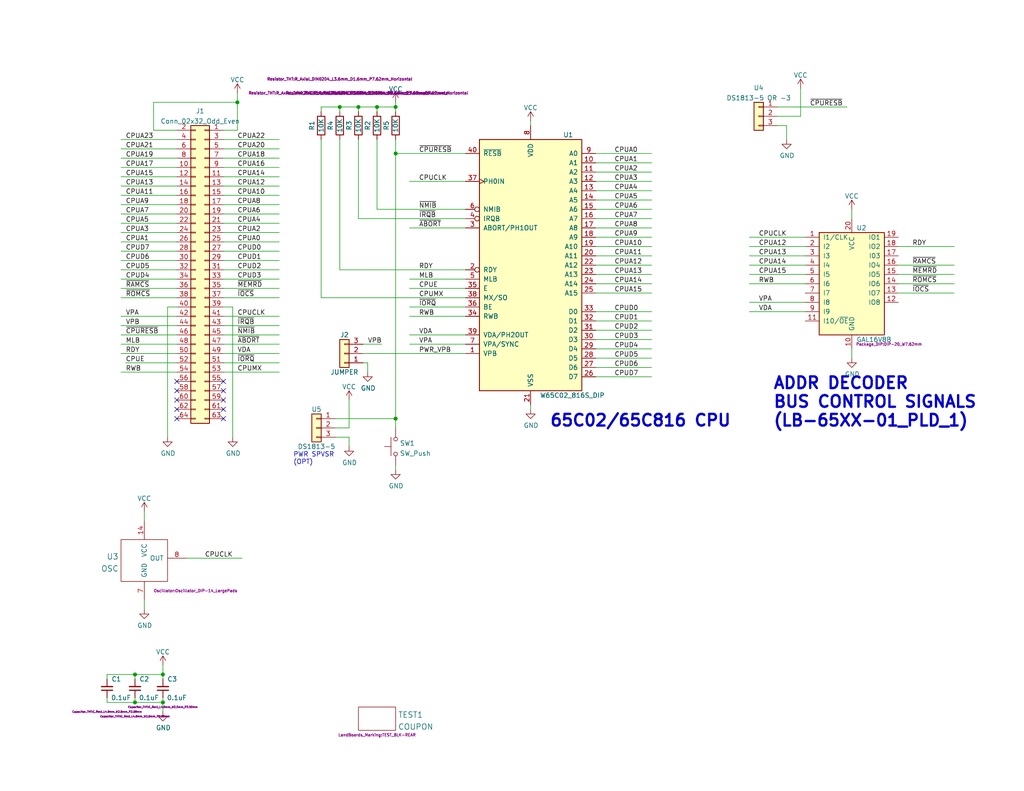
<source format=kicad_sch>
(kicad_sch (version 20211123) (generator eeschema)
  (paper "A")
  (title_block (title "LB-65CXX-01") (date "2022-09-16") (rev "1") (company "Land Boards LLC"))
  (lib_symbols
    (symbol "Connector_Generic:Conn_01x03" (pin_names (offset 1.016) hide)
      (property "Reference" "J" (at 0 5.08 0))
      (property "Value" "Conn_01x03" (at 0 -5.08 0))
      (symbol "Conn_01x03_1_1"
        (rectangle (start -1.27 -2.413) (end 0 -2.667) (stroke (width 0.1524)))
        (rectangle (start -1.27 0.127) (end 0 -0.127) (stroke (width 0.1524)))
        (rectangle (start -1.27 2.667) (end 0 2.413) (stroke (width 0.1524)))
        (rectangle (start -1.27 3.81) (end 1.27 -3.81) (stroke (width 0.254)) (fill (type background)))
        (pin passive line (at -5.08 2.54 0) (length 3.81) (name "Pin_1") (number "1"))
        (pin passive line (at -5.08 0 0) (length 3.81) (name "Pin_2") (number "2"))
        (pin passive line (at -5.08 -2.54 0) (length 3.81) (name "Pin_3") (number "3"))
      )
    )
    (symbol "Connector_Generic:Conn_02x32_Odd_Even" (pin_names (offset 1.016) hide)
      (property "Reference" "J" (at 1.27 40.64 0))
      (property "Value" "Conn_02x32_Odd_Even" (at 1.27 -43.18 0))
      (symbol "Conn_02x32_Odd_Even_1_1"
        (rectangle (start -1.27 -40.513) (end 0 -40.767) (stroke (width 0.1524)))
        (rectangle (start -1.27 -37.973) (end 0 -38.227) (stroke (width 0.1524)))
        (rectangle (start -1.27 -35.433) (end 0 -35.687) (stroke (width 0.1524)))
        (rectangle (start -1.27 -32.893) (end 0 -33.147) (stroke (width 0.1524)))
        (rectangle (start -1.27 -30.353) (end 0 -30.607) (stroke (width 0.1524)))
        (rectangle (start -1.27 -27.813) (end 0 -28.067) (stroke (width 0.1524)))
        (rectangle (start -1.27 -25.273) (end 0 -25.527) (stroke (width 0.1524)))
        (rectangle (start -1.27 -22.733) (end 0 -22.987) (stroke (width 0.1524)))
        (rectangle (start -1.27 -20.193) (end 0 -20.447) (stroke (width 0.1524)))
        (rectangle (start -1.27 -17.653) (end 0 -17.907) (stroke (width 0.1524)))
        (rectangle (start -1.27 -15.113) (end 0 -15.367) (stroke (width 0.1524)))
        (rectangle (start -1.27 -12.573) (end 0 -12.827) (stroke (width 0.1524)))
        (rectangle (start -1.27 -10.033) (end 0 -10.287) (stroke (width 0.1524)))
        (rectangle (start -1.27 -7.493) (end 0 -7.747) (stroke (width 0.1524)))
        (rectangle (start -1.27 -4.953) (end 0 -5.207) (stroke (width 0.1524)))
        (rectangle (start -1.27 -2.413) (end 0 -2.667) (stroke (width 0.1524)))
        (rectangle (start -1.27 0.127) (end 0 -0.127) (stroke (width 0.1524)))
        (rectangle (start -1.27 2.667) (end 0 2.413) (stroke (width 0.1524)))
        (rectangle (start -1.27 5.207) (end 0 4.953) (stroke (width 0.1524)))
        (rectangle (start -1.27 7.747) (end 0 7.493) (stroke (width 0.1524)))
        (rectangle (start -1.27 10.287) (end 0 10.033) (stroke (width 0.1524)))
        (rectangle (start -1.27 12.827) (end 0 12.573) (stroke (width 0.1524)))
        (rectangle (start -1.27 15.367) (end 0 15.113) (stroke (width 0.1524)))
        (rectangle (start -1.27 17.907) (end 0 17.653) (stroke (width 0.1524)))
        (rectangle (start -1.27 20.447) (end 0 20.193) (stroke (width 0.1524)))
        (rectangle (start -1.27 22.987) (end 0 22.733) (stroke (width 0.1524)))
        (rectangle (start -1.27 25.527) (end 0 25.273) (stroke (width 0.1524)))
        (rectangle (start -1.27 28.067) (end 0 27.813) (stroke (width 0.1524)))
        (rectangle (start -1.27 30.607) (end 0 30.353) (stroke (width 0.1524)))
        (rectangle (start -1.27 33.147) (end 0 32.893) (stroke (width 0.1524)))
        (rectangle (start -1.27 35.687) (end 0 35.433) (stroke (width 0.1524)))
        (rectangle (start -1.27 38.227) (end 0 37.973) (stroke (width 0.1524)))
        (rectangle (start -1.27 39.37) (end 3.81 -41.91) (stroke (width 0.254)) (fill (type background)))
        (rectangle (start 3.81 -40.513) (end 2.54 -40.767) (stroke (width 0.1524)))
        (rectangle (start 3.81 -37.973) (end 2.54 -38.227) (stroke (width 0.1524)))
        (rectangle (start 3.81 -35.433) (end 2.54 -35.687) (stroke (width 0.1524)))
        (rectangle (start 3.81 -32.893) (end 2.54 -33.147) (stroke (width 0.1524)))
        (rectangle (start 3.81 -30.353) (end 2.54 -30.607) (stroke (width 0.1524)))
        (rectangle (start 3.81 -27.813) (end 2.54 -28.067) (stroke (width 0.1524)))
        (rectangle (start 3.81 -25.273) (end 2.54 -25.527) (stroke (width 0.1524)))
        (rectangle (start 3.81 -22.733) (end 2.54 -22.987) (stroke (width 0.1524)))
        (rectangle (start 3.81 -20.193) (end 2.54 -20.447) (stroke (width 0.1524)))
        (rectangle (start 3.81 -17.653) (end 2.54 -17.907) (stroke (width 0.1524)))
        (rectangle (start 3.81 -15.113) (end 2.54 -15.367) (stroke (width 0.1524)))
        (rectangle (start 3.81 -12.573) (end 2.54 -12.827) (stroke (width 0.1524)))
        (rectangle (start 3.81 -10.033) (end 2.54 -10.287) (stroke (width 0.1524)))
        (rectangle (start 3.81 -7.493) (end 2.54 -7.747) (stroke (width 0.1524)))
        (rectangle (start 3.81 -4.953) (end 2.54 -5.207) (stroke (width 0.1524)))
        (rectangle (start 3.81 -2.413) (end 2.54 -2.667) (stroke (width 0.1524)))
        (rectangle (start 3.81 0.127) (end 2.54 -0.127) (stroke (width 0.1524)))
        (rectangle (start 3.81 2.667) (end 2.54 2.413) (stroke (width 0.1524)))
        (rectangle (start 3.81 5.207) (end 2.54 4.953) (stroke (width 0.1524)))
        (rectangle (start 3.81 7.747) (end 2.54 7.493) (stroke (width 0.1524)))
        (rectangle (start 3.81 10.287) (end 2.54 10.033) (stroke (width 0.1524)))
        (rectangle (start 3.81 12.827) (end 2.54 12.573) (stroke (width 0.1524)))
        (rectangle (start 3.81 15.367) (end 2.54 15.113) (stroke (width 0.1524)))
        (rectangle (start 3.81 17.907) (end 2.54 17.653) (stroke (width 0.1524)))
        (rectangle (start 3.81 20.447) (end 2.54 20.193) (stroke (width 0.1524)))
        (rectangle (start 3.81 22.987) (end 2.54 22.733) (stroke (width 0.1524)))
        (rectangle (start 3.81 25.527) (end 2.54 25.273) (stroke (width 0.1524)))
        (rectangle (start 3.81 28.067) (end 2.54 27.813) (stroke (width 0.1524)))
        (rectangle (start 3.81 30.607) (end 2.54 30.353) (stroke (width 0.1524)))
        (rectangle (start 3.81 33.147) (end 2.54 32.893) (stroke (width 0.1524)))
        (rectangle (start 3.81 35.687) (end 2.54 35.433) (stroke (width 0.1524)))
        (rectangle (start 3.81 38.227) (end 2.54 37.973) (stroke (width 0.1524)))
        (pin passive line (at -5.08 38.1 0) (length 3.81) (name "Pin_1") (number "1"))
        (pin passive line (at 7.62 27.94 180) (length 3.81) (name "Pin_10") (number "10"))
        (pin passive line (at -5.08 25.4 0) (length 3.81) (name "Pin_11") (number "11"))
        (pin passive line (at 7.62 25.4 180) (length 3.81) (name "Pin_12") (number "12"))
        (pin passive line (at -5.08 22.86 0) (length 3.81) (name "Pin_13") (number "13"))
        (pin passive line (at 7.62 22.86 180) (length 3.81) (name "Pin_14") (number "14"))
        (pin passive line (at -5.08 20.32 0) (length 3.81) (name "Pin_15") (number "15"))
        (pin passive line (at 7.62 20.32 180) (length 3.81) (name "Pin_16") (number "16"))
        (pin passive line (at -5.08 17.78 0) (length 3.81) (name "Pin_17") (number "17"))
        (pin passive line (at 7.62 17.78 180) (length 3.81) (name "Pin_18") (number "18"))
        (pin passive line (at -5.08 15.24 0) (length 3.81) (name "Pin_19") (number "19"))
        (pin passive line (at 7.62 38.1 180) (length 3.81) (name "Pin_2") (number "2"))
        (pin passive line (at 7.62 15.24 180) (length 3.81) (name "Pin_20") (number "20"))
        (pin passive line (at -5.08 12.7 0) (length 3.81) (name "Pin_21") (number "21"))
        (pin passive line (at 7.62 12.7 180) (length 3.81) (name "Pin_22") (number "22"))
        (pin passive line (at -5.08 10.16 0) (length 3.81) (name "Pin_23") (number "23"))
        (pin passive line (at 7.62 10.16 180) (length 3.81) (name "Pin_24") (number "24"))
        (pin passive line (at -5.08 7.62 0) (length 3.81) (name "Pin_25") (number "25"))
        (pin passive line (at 7.62 7.62 180) (length 3.81) (name "Pin_26") (number "26"))
        (pin passive line (at -5.08 5.08 0) (length 3.81) (name "Pin_27") (number "27"))
        (pin passive line (at 7.62 5.08 180) (length 3.81) (name "Pin_28") (number "28"))
        (pin passive line (at -5.08 2.54 0) (length 3.81) (name "Pin_29") (number "29"))
        (pin passive line (at -5.08 35.56 0) (length 3.81) (name "Pin_3") (number "3"))
        (pin passive line (at 7.62 2.54 180) (length 3.81) (name "Pin_30") (number "30"))
        (pin passive line (at -5.08 0 0) (length 3.81) (name "Pin_31") (number "31"))
        (pin passive line (at 7.62 0 180) (length 3.81) (name "Pin_32") (number "32"))
        (pin passive line (at -5.08 -2.54 0) (length 3.81) (name "Pin_33") (number "33"))
        (pin passive line (at 7.62 -2.54 180) (length 3.81) (name "Pin_34") (number "34"))
        (pin passive line (at -5.08 -5.08 0) (length 3.81) (name "Pin_35") (number "35"))
        (pin passive line (at 7.62 -5.08 180) (length 3.81) (name "Pin_36") (number "36"))
        (pin passive line (at -5.08 -7.62 0) (length 3.81) (name "Pin_37") (number "37"))
        (pin passive line (at 7.62 -7.62 180) (length 3.81) (name "Pin_38") (number "38"))
        (pin passive line (at -5.08 -10.16 0) (length 3.81) (name "Pin_39") (number "39"))
        (pin passive line (at 7.62 35.56 180) (length 3.81) (name "Pin_4") (number "4"))
        (pin passive line (at 7.62 -10.16 180) (length 3.81) (name "Pin_40") (number "40"))
        (pin passive line (at -5.08 -12.7 0) (length 3.81) (name "Pin_41") (number "41"))
        (pin passive line (at 7.62 -12.7 180) (length 3.81) (name "Pin_42") (number "42"))
        (pin passive line (at -5.08 -15.24 0) (length 3.81) (name "Pin_43") (number "43"))
        (pin passive line (at 7.62 -15.24 180) (length 3.81) (name "Pin_44") (number "44"))
        (pin passive line (at -5.08 -17.78 0) (length 3.81) (name "Pin_45") (number "45"))
        (pin passive line (at 7.62 -17.78 180) (length 3.81) (name "Pin_46") (number "46"))
        (pin passive line (at -5.08 -20.32 0) (length 3.81) (name "Pin_47") (number "47"))
        (pin passive line (at 7.62 -20.32 180) (length 3.81) (name "Pin_48") (number "48"))
        (pin passive line (at -5.08 -22.86 0) (length 3.81) (name "Pin_49") (number "49"))
        (pin passive line (at -5.08 33.02 0) (length 3.81) (name "Pin_5") (number "5"))
        (pin passive line (at 7.62 -22.86 180) (length 3.81) (name "Pin_50") (number "50"))
        (pin passive line (at -5.08 -25.4 0) (length 3.81) (name "Pin_51") (number "51"))
        (pin passive line (at 7.62 -25.4 180) (length 3.81) (name "Pin_52") (number "52"))
        (pin passive line (at -5.08 -27.94 0) (length 3.81) (name "Pin_53") (number "53"))
        (pin passive line (at 7.62 -27.94 180) (length 3.81) (name "Pin_54") (number "54"))
        (pin passive line (at -5.08 -30.48 0) (length 3.81) (name "Pin_55") (number "55"))
        (pin passive line (at 7.62 -30.48 180) (length 3.81) (name "Pin_56") (number "56"))
        (pin passive line (at -5.08 -33.02 0) (length 3.81) (name "Pin_57") (number "57"))
        (pin passive line (at 7.62 -33.02 180) (length 3.81) (name "Pin_58") (number "58"))
        (pin passive line (at -5.08 -35.56 0) (length 3.81) (name "Pin_59") (number "59"))
        (pin passive line (at 7.62 33.02 180) (length 3.81) (name "Pin_6") (number "6"))
        (pin passive line (at 7.62 -35.56 180) (length 3.81) (name "Pin_60") (number "60"))
        (pin passive line (at -5.08 -38.1 0) (length 3.81) (name "Pin_61") (number "61"))
        (pin passive line (at 7.62 -38.1 180) (length 3.81) (name "Pin_62") (number "62"))
        (pin passive line (at -5.08 -40.64 0) (length 3.81) (name "Pin_63") (number "63"))
        (pin passive line (at 7.62 -40.64 180) (length 3.81) (name "Pin_64") (number "64"))
        (pin passive line (at -5.08 30.48 0) (length 3.81) (name "Pin_7") (number "7"))
        (pin passive line (at 7.62 30.48 180) (length 3.81) (name "Pin_8") (number "8"))
        (pin passive line (at -5.08 27.94 0) (length 3.81) (name "Pin_9") (number "9"))
      )
    )
    (symbol "Device:C_Small" (pin_numbers hide) (pin_names (offset 0.254) hide)
      (property "Reference" "C" (at 0.254 1.778 0))
      (property "Value" "C_Small" (at 0.254 -2.032 0))
      (symbol "C_Small_0_1"
        (polyline (pts (xy -1.524 -0.508) (xy 1.524 -0.508)) (stroke (width 0.3302)))
        (polyline (pts (xy -1.524 0.508) (xy 1.524 0.508)) (stroke (width 0.3048)))
      )
      (symbol "C_Small_1_1"
        (pin passive line (at 0 2.54 270) (length 2.032) (name "~") (number "1"))
        (pin passive line (at 0 -2.54 90) (length 2.032) (name "~") (number "2"))
      )
    )
    (symbol "Device:R" (pin_numbers hide) (pin_names (offset 0))
      (property "Reference" "R" (at 2.032 0 90))
      (property "Value" "R" (at 0 0 90))
      (symbol "R_0_1"
        (rectangle (start -1.016 -2.54) (end 1.016 2.54) (stroke (width 0.254)))
      )
      (symbol "R_1_1"
        (pin passive line (at 0 3.81 270) (length 1.27) (name "~") (number "1"))
        (pin passive line (at 0 -3.81 90) (length 1.27) (name "~") (number "2"))
      )
    )
    (symbol "LandBoards:COUPON" (pin_names (offset 1.016))
      (property "Reference" "COUP?" (at 0 0 0))
      (property "Value" "COUPON" (at 0 0 0))
      (symbol "COUPON_0_1"
        (rectangle (start -5.08 0) (end 5.08 6.35))
      )
    )
    (symbol "LandBoards_Semis:OSC" (pin_names (offset 1.016))
      (property "Reference" "U" (at 3.81 6.35 0))
      (property "Value" "OSC" (at 5.08 -7.62 0))
      (symbol "OSC_0_1"
        (rectangle (start 6.35 -6.35) (end -6.35 5.08))
      )
      (symbol "OSC_1_1"
        (pin power_in line (at 0 10.16 270) (length 5.08) (name "VCC") (number "14"))
        (pin power_in line (at 0 -11.43 90) (length 5.08) (name "GND") (number "7"))
        (pin output line (at 11.43 0 180) (length 5.08) (name "OUT") (number "8"))
      )
    )
    (symbol "LandBoards_Semis:W65C02_816S_DIP" (pin_names (offset 1.016))
      (property "Reference" "U" (at -13.97 35.56 0))
      (property "Value" "W65C02_816S_DIP" (at 3.81 -36.83 0))
      (symbol "W65C02_816S_DIP_0_1"
        (rectangle (start -13.97 34.29) (end 13.97 -34.29) (stroke (width 0.254)) (fill (type background)))
      )
      (symbol "W65C02_816S_DIP_1_1"
        (pin output line (at -17.78 -24.13 0) (length 3.81) (name "VPB") (number "1"))
        (pin output line (at 17.78 27.94 180) (length 3.81) (name "A1") (number "10"))
        (pin output line (at 17.78 25.4 180) (length 3.81) (name "A2") (number "11"))
        (pin output line (at 17.78 22.86 180) (length 3.81) (name "A3") (number "12"))
        (pin output line (at 17.78 20.32 180) (length 3.81) (name "A4") (number "13"))
        (pin output line (at 17.78 17.78 180) (length 3.81) (name "A5") (number "14"))
        (pin output line (at 17.78 15.24 180) (length 3.81) (name "A6") (number "15"))
        (pin output line (at 17.78 12.7 180) (length 3.81) (name "A7") (number "16"))
        (pin output line (at 17.78 10.16 180) (length 3.81) (name "A8") (number "17"))
        (pin output line (at 17.78 7.62 180) (length 3.81) (name "A9") (number "18"))
        (pin output line (at 17.78 5.08 180) (length 3.81) (name "A10") (number "19"))
        (pin input inverted (at -17.78 -1.27 0) (length 3.81) (name "RDY") (number "2"))
        (pin output line (at 17.78 2.54 180) (length 3.81) (name "A11") (number "20"))
        (pin power_in line (at 0 -38.1 90) (length 3.81) (name "VSS") (number "21"))
        (pin output line (at 17.78 0 180) (length 3.81) (name "A12") (number "22"))
        (pin output line (at 17.78 -2.54 180) (length 3.81) (name "A13") (number "23"))
        (pin output line (at 17.78 -5.08 180) (length 3.81) (name "A14") (number "24"))
        (pin output line (at 17.78 -7.62 180) (length 3.81) (name "A15") (number "25"))
        (pin bidirectional line (at 17.78 -30.48 180) (length 3.81) (name "D7") (number "26"))
        (pin bidirectional line (at 17.78 -27.94 180) (length 3.81) (name "D6") (number "27"))
        (pin bidirectional line (at 17.78 -25.4 180) (length 3.81) (name "D5") (number "28"))
        (pin bidirectional line (at 17.78 -22.86 180) (length 3.81) (name "D4") (number "29"))
        (pin input line (at -17.78 10.16 0) (length 3.81) (name "ABORT/PH1OUT") (number "3"))
        (pin bidirectional line (at 17.78 -20.32 180) (length 3.81) (name "D3") (number "30"))
        (pin bidirectional line (at 17.78 -17.78 180) (length 3.81) (name "D2") (number "31"))
        (pin bidirectional line (at 17.78 -15.24 180) (length 3.81) (name "D1") (number "32"))
        (pin bidirectional line (at 17.78 -12.7 180) (length 3.81) (name "D0") (number "33"))
        (pin output line (at -17.78 -13.97 0) (length 3.81) (name "RWB") (number "34"))
        (pin input line (at -17.78 -6.35 0) (length 3.81) (name "E") (number "35"))
        (pin output line (at -17.78 -11.43 0) (length 3.81) (name "BE") (number "36"))
        (pin input clock (at -17.78 22.86 0) (length 3.81) (name "PH0IN") (number "37"))
        (pin output line (at -17.78 -8.89 0) (length 3.81) (name "MX/SO") (number "38"))
        (pin output line (at -17.78 -19.05 0) (length 3.81) (name "VDA/PH2OUT") (number "39"))
        (pin input inverted (at -17.78 12.7 0) (length 3.81) (name "IRQB") (number "4"))
        (pin input line (at -17.78 30.48 0) (length 3.81) (name "~{RESB}") (number "40"))
        (pin output line (at -17.78 -3.81 0) (length 3.81) (name "MLB") (number "5"))
        (pin input inverted (at -17.78 15.24 0) (length 3.81) (name "NMIB") (number "6"))
        (pin output line (at -17.78 -21.59 0) (length 3.81) (name "VPA/SYNC") (number "7"))
        (pin power_in line (at 0 38.1 270) (length 3.81) (name "VDD") (number "8"))
        (pin output line (at 17.78 30.48 180) (length 3.81) (name "A0") (number "9"))
      )
    )
    (symbol "Logic_Programmable:GAL16V8" (pin_names (offset 1.016))
      (property "Reference" "U" (at -8.89 16.51 0))
      (property "Value" "GAL16V8" (at 1.27 16.51 0))
      (symbol "GAL16V8_0_0"
        (pin power_in line (at 0 -17.78 90) (length 3.81) (name "GND") (number "10"))
        (pin power_in line (at 0 17.78 270) (length 3.81) (name "VCC") (number "20"))
      )
      (symbol "GAL16V8_0_1"
        (rectangle (start -8.89 13.97) (end 8.89 -13.97) (stroke (width 0.254)) (fill (type background)))
      )
      (symbol "GAL16V8_1_1"
        (pin input line (at -12.7 12.7 0) (length 3.81) (name "I1/CLK") (number "1"))
        (pin input line (at -12.7 -10.16 0) (length 3.81) (name "I10/~{OE}") (number "11"))
        (pin tri_state line (at 12.7 -5.08 180) (length 3.81) (name "IO8") (number "12"))
        (pin tri_state line (at 12.7 -2.54 180) (length 3.81) (name "IO7") (number "13"))
        (pin tri_state line (at 12.7 0 180) (length 3.81) (name "IO6") (number "14"))
        (pin tri_state line (at 12.7 2.54 180) (length 3.81) (name "IO5") (number "15"))
        (pin tri_state line (at 12.7 5.08 180) (length 3.81) (name "IO4") (number "16"))
        (pin tri_state line (at 12.7 7.62 180) (length 3.81) (name "I03") (number "17"))
        (pin tri_state line (at 12.7 10.16 180) (length 3.81) (name "IO2") (number "18"))
        (pin tri_state line (at 12.7 12.7 180) (length 3.81) (name "IO1") (number "19"))
        (pin input line (at -12.7 10.16 0) (length 3.81) (name "I2") (number "2"))
        (pin input line (at -12.7 7.62 0) (length 3.81) (name "I3") (number "3"))
        (pin input line (at -12.7 5.08 0) (length 3.81) (name "I4") (number "4"))
        (pin input line (at -12.7 2.54 0) (length 3.81) (name "I5") (number "5"))
        (pin input line (at -12.7 0 0) (length 3.81) (name "I6") (number "6"))
        (pin input line (at -12.7 -2.54 0) (length 3.81) (name "I7") (number "7"))
        (pin input line (at -12.7 -5.08 0) (length 3.81) (name "I8") (number "8"))
        (pin input line (at -12.7 -7.62 0) (length 3.81) (name "I9") (number "9"))
      )
    )
    (symbol "Switch:SW_Push" (pin_numbers hide) (pin_names (offset 1.016) hide)
      (property "Reference" "SW" (at 1.27 2.54 0))
      (property "Value" "SW_Push" (at 0 -1.524 0))
      (symbol "SW_Push_0_1"
        (circle (center -2.032 0) (radius 0.508))
        (polyline (pts (xy 0 1.27) (xy 0 3.048)))
        (polyline (pts (xy 2.54 1.27) (xy -2.54 1.27)))
        (circle (center 2.032 0) (radius 0.508))
        (pin passive line (at -5.08 0 0) (length 2.54) (name "1") (number "1"))
        (pin passive line (at 5.08 0 180) (length 2.54) (name "2") (number "2"))
      )
    )
    (symbol "power:GND" (power) (pin_names (offset 0))
      (property "Value" "GND" (at 0 -3.81 0))
      (symbol "GND_0_1"
        (polyline (pts (xy 0 0) (xy 0 -1.27) (xy 1.27 -1.27) (xy 0 -2.54) (xy -1.27 -1.27) (xy 0 -1.27)))
      )
      (symbol "GND_1_1"
        (pin power_in line (at 0 0 270) (length 0) hide (name "GND") (number "1"))
      )
    )
    (symbol "power:VCC" (power) (pin_names (offset 0))
      (property "Value" "VCC" (at 0 3.81 0))
      (symbol "VCC_0_1"
        (polyline (pts (xy -0.762 1.27) (xy 0 2.54)))
        (polyline (pts (xy 0 0) (xy 0 2.54)))
        (polyline (pts (xy 0 2.54) (xy 0.762 1.27)))
      )
      (symbol "VCC_1_1"
        (pin power_in line (at 0 0 90) (length 0) hide (name "VCC") (number "1"))
      )
    )
  )
  (junction (at 107.95 114.3))
  (junction (at 44.45 191.77))
  (junction (at 92.71 29.21))
  (junction (at 44.45 184.15))
  (junction (at 102.87 29.21))
  (junction (at 107.95 29.21))
  (junction (at 107.95 41.91))
  (junction (at 36.83 184.15))
  (junction (at 36.83 191.77))
  (junction (at 97.79 29.21))
  (junction (at 64.77 27.94))
  (no_connect (at 60.96 104.14))
  (no_connect (at 48.26 104.14))
  (no_connect (at 60.96 109.22))
  (no_connect (at 60.96 106.68))
  (no_connect (at 48.26 114.3))
  (no_connect (at 60.96 114.3))
  (no_connect (at 48.26 106.68))
  (no_connect (at 48.26 109.22))
  (no_connect (at 48.26 111.76))
  (no_connect (at 60.96 111.76))
  (wire (pts (xy 45.72 83.82) (xy 45.72 119.38)))
  (wire (pts (xy 111.76 62.23) (xy 127 62.23)))
  (wire (pts (xy 162.56 59.69) (xy 177.8 59.69)))
  (wire (pts (xy 212.09 29.21) (xy 231.14 29.21)))
  (wire (pts (xy 204.47 85.09) (xy 219.71 85.09)))
  (wire (pts (xy 33.02 91.44) (xy 48.26 91.44)))
  (wire (pts (xy 60.96 43.18) (xy 76.2 43.18)))
  (wire (pts (xy 33.02 68.58) (xy 48.26 68.58)))
  (wire (pts (xy 44.45 185.42) (xy 44.45 184.15)))
  (wire (pts (xy 60.96 45.72) (xy 76.2 45.72)))
  (wire (pts (xy 162.56 100.33) (xy 177.8 100.33)))
  (wire (pts (xy 97.79 59.69) (xy 97.79 38.1)))
  (wire (pts (xy 64.77 35.56) (xy 64.77 27.94)))
  (wire (pts (xy 162.56 72.39) (xy 177.8 72.39)))
  (wire (pts (xy 162.56 64.77) (xy 177.8 64.77)))
  (wire (pts (xy 95.25 119.38) (xy 95.25 121.92)))
  (wire (pts (xy 60.96 60.96) (xy 76.2 60.96)))
  (wire (pts (xy 111.76 76.2) (xy 127 76.2)))
  (wire (pts (xy 92.71 38.1) (xy 92.71 73.66)))
  (wire (pts (xy 64.77 27.94) (xy 41.91 27.94)))
  (wire (pts (xy 44.45 190.5) (xy 44.45 191.77)))
  (wire (pts (xy 245.11 67.31) (xy 260.35 67.31)))
  (wire (pts (xy 204.47 72.39) (xy 219.71 72.39)))
  (wire (pts (xy 111.76 83.82) (xy 127 83.82)))
  (wire (pts (xy 245.11 74.93) (xy 260.35 74.93)))
  (wire (pts (xy 218.44 24.13) (xy 218.44 31.75)))
  (wire (pts (xy 60.96 66.04) (xy 76.2 66.04)))
  (wire (pts (xy 204.47 69.85) (xy 219.71 69.85)))
  (wire (pts (xy 107.95 29.21) (xy 107.95 30.48)))
  (wire (pts (xy 60.96 48.26) (xy 76.2 48.26)))
  (wire (pts (xy 107.95 127) (xy 107.95 128.27)))
  (wire (pts (xy 45.72 83.82) (xy 48.26 83.82)))
  (wire (pts (xy 33.02 55.88) (xy 48.26 55.88)))
  (wire (pts (xy 60.96 35.56) (xy 64.77 35.56)))
  (wire (pts (xy 111.76 78.74) (xy 127 78.74)))
  (wire (pts (xy 33.02 71.12) (xy 48.26 71.12)))
  (wire (pts (xy 33.02 53.34) (xy 48.26 53.34)))
  (wire (pts (xy 36.83 190.5) (xy 36.83 191.77)))
  (wire (pts (xy 92.71 29.21) (xy 92.71 30.48)))
  (wire (pts (xy 60.96 93.98) (xy 76.2 93.98)))
  (wire (pts (xy 33.02 66.04) (xy 48.26 66.04)))
  (wire (pts (xy 33.02 45.72) (xy 48.26 45.72)))
  (wire (pts (xy 162.56 74.93) (xy 177.8 74.93)))
  (wire (pts (xy 60.96 96.52) (xy 76.2 96.52)))
  (wire (pts (xy 60.96 53.34) (xy 76.2 53.34)))
  (wire (pts (xy 64.77 27.94) (xy 64.77 25.4)))
  (wire (pts (xy 111.76 91.44) (xy 127 91.44)))
  (wire (pts (xy 41.91 35.56) (xy 48.26 35.56)))
  (wire (pts (xy 60.96 71.12) (xy 76.2 71.12)))
  (wire (pts (xy 232.41 95.25) (xy 232.41 97.79)))
  (wire (pts (xy 102.87 29.21) (xy 107.95 29.21)))
  (wire (pts (xy 60.96 68.58) (xy 76.2 68.58)))
  (wire (pts (xy 33.02 58.42) (xy 48.26 58.42)))
  (wire (pts (xy 144.78 33.02) (xy 144.78 34.29)))
  (wire (pts (xy 102.87 57.15) (xy 127 57.15)))
  (wire (pts (xy 245.11 80.01) (xy 260.35 80.01)))
  (wire (pts (xy 29.21 184.15) (xy 36.83 184.15)))
  (wire (pts (xy 87.63 38.1) (xy 87.63 81.28)))
  (wire (pts (xy 60.96 78.74) (xy 76.2 78.74)))
  (wire (pts (xy 162.56 46.99) (xy 177.8 46.99)))
  (wire (pts (xy 111.76 93.98) (xy 127 93.98)))
  (wire (pts (xy 162.56 52.07) (xy 177.8 52.07)))
  (wire (pts (xy 99.06 93.98) (xy 104.14 93.98)))
  (wire (pts (xy 92.71 29.21) (xy 97.79 29.21)))
  (wire (pts (xy 60.96 38.1) (xy 76.2 38.1)))
  (wire (pts (xy 60.96 58.42) (xy 76.2 58.42)))
  (wire (pts (xy 63.5 83.82) (xy 63.5 119.38)))
  (wire (pts (xy 87.63 30.48) (xy 87.63 29.21)))
  (wire (pts (xy 162.56 54.61) (xy 177.8 54.61)))
  (wire (pts (xy 102.87 29.21) (xy 102.87 30.48)))
  (wire (pts (xy 33.02 40.64) (xy 48.26 40.64)))
  (wire (pts (xy 99.06 99.06) (xy 100.33 99.06)))
  (wire (pts (xy 33.02 63.5) (xy 48.26 63.5)))
  (wire (pts (xy 162.56 97.79) (xy 177.8 97.79)))
  (wire (pts (xy 214.63 34.29) (xy 214.63 38.1)))
  (wire (pts (xy 162.56 90.17) (xy 177.8 90.17)))
  (wire (pts (xy 33.02 73.66) (xy 48.26 73.66)))
  (wire (pts (xy 162.56 87.63) (xy 177.8 87.63)))
  (wire (pts (xy 60.96 83.82) (xy 63.5 83.82)))
  (wire (pts (xy 162.56 41.91) (xy 177.8 41.91)))
  (wire (pts (xy 144.78 110.49) (xy 144.78 111.76)))
  (wire (pts (xy 34.29 99.06) (xy 48.26 99.06)))
  (wire (pts (xy 33.02 76.2) (xy 48.26 76.2)))
  (wire (pts (xy 100.33 99.06) (xy 100.33 101.6)))
  (wire (pts (xy 97.79 29.21) (xy 102.87 29.21)))
  (wire (pts (xy 111.76 86.36) (xy 127 86.36)))
  (wire (pts (xy 92.71 73.66) (xy 127 73.66)))
  (wire (pts (xy 60.96 50.8) (xy 76.2 50.8)))
  (wire (pts (xy 91.44 116.84) (xy 95.25 116.84)))
  (wire (pts (xy 204.47 77.47) (xy 219.71 77.47)))
  (wire (pts (xy 44.45 191.77) (xy 44.45 194.31)))
  (wire (pts (xy 33.02 88.9) (xy 48.26 88.9)))
  (wire (pts (xy 212.09 31.75) (xy 218.44 31.75)))
  (wire (pts (xy 162.56 80.01) (xy 177.8 80.01)))
  (wire (pts (xy 245.11 77.47) (xy 260.35 77.47)))
  (wire (pts (xy 29.21 191.77) (xy 29.21 190.5)))
  (wire (pts (xy 60.96 55.88) (xy 76.2 55.88)))
  (wire (pts (xy 36.83 185.42) (xy 36.83 184.15)))
  (wire (pts (xy 33.02 38.1) (xy 48.26 38.1)))
  (wire (pts (xy 33.02 86.36) (xy 48.26 86.36)))
  (wire (pts (xy 33.02 43.18) (xy 48.26 43.18)))
  (wire (pts (xy 41.91 27.94) (xy 41.91 35.56)))
  (wire (pts (xy 60.96 91.44) (xy 76.2 91.44)))
  (wire (pts (xy 60.96 73.66) (xy 76.2 73.66)))
  (wire (pts (xy 97.79 30.48) (xy 97.79 29.21)))
  (wire (pts (xy 36.83 184.15) (xy 44.45 184.15)))
  (wire (pts (xy 107.95 41.91) (xy 107.95 38.1)))
  (wire (pts (xy 162.56 62.23) (xy 177.8 62.23)))
  (wire (pts (xy 162.56 95.25) (xy 177.8 95.25)))
  (wire (pts (xy 107.95 41.91) (xy 107.95 114.3)))
  (wire (pts (xy 36.83 191.77) (xy 29.21 191.77)))
  (wire (pts (xy 95.25 109.22) (xy 95.25 116.84)))
  (wire (pts (xy 232.41 57.15) (xy 232.41 59.69)))
  (wire (pts (xy 111.76 49.53) (xy 127 49.53)))
  (wire (pts (xy 91.44 114.3) (xy 107.95 114.3)))
  (wire (pts (xy 39.37 163.83) (xy 39.37 166.37)))
  (wire (pts (xy 99.06 96.52) (xy 127 96.52)))
  (wire (pts (xy 60.96 101.6) (xy 76.2 101.6)))
  (wire (pts (xy 60.96 88.9) (xy 76.2 88.9)))
  (wire (pts (xy 50.8 152.4) (xy 66.04 152.4)))
  (wire (pts (xy 204.47 74.93) (xy 219.71 74.93)))
  (wire (pts (xy 60.96 99.06) (xy 76.2 99.06)))
  (wire (pts (xy 33.02 96.52) (xy 48.26 96.52)))
  (wire (pts (xy 60.96 86.36) (xy 76.2 86.36)))
  (wire (pts (xy 102.87 57.15) (xy 102.87 38.1)))
  (wire (pts (xy 162.56 77.47) (xy 177.8 77.47)))
  (wire (pts (xy 44.45 181.61) (xy 44.45 184.15)))
  (wire (pts (xy 33.02 50.8) (xy 48.26 50.8)))
  (wire (pts (xy 60.96 81.28) (xy 76.2 81.28)))
  (wire (pts (xy 204.47 82.55) (xy 219.71 82.55)))
  (wire (pts (xy 87.63 81.28) (xy 127 81.28)))
  (wire (pts (xy 204.47 64.77) (xy 219.71 64.77)))
  (wire (pts (xy 87.63 29.21) (xy 92.71 29.21)))
  (wire (pts (xy 60.96 63.5) (xy 76.2 63.5)))
  (wire (pts (xy 162.56 102.87) (xy 177.8 102.87)))
  (wire (pts (xy 107.95 114.3) (xy 107.95 116.84)))
  (wire (pts (xy 33.02 81.28) (xy 48.26 81.28)))
  (wire (pts (xy 33.02 101.6) (xy 48.26 101.6)))
  (wire (pts (xy 162.56 67.31) (xy 177.8 67.31)))
  (wire (pts (xy 60.96 40.64) (xy 76.2 40.64)))
  (wire (pts (xy 44.45 191.77) (xy 36.83 191.77)))
  (wire (pts (xy 33.02 93.98) (xy 48.26 93.98)))
  (wire (pts (xy 204.47 67.31) (xy 219.71 67.31)))
  (wire (pts (xy 107.95 27.94) (xy 107.95 29.21)))
  (wire (pts (xy 162.56 49.53) (xy 177.8 49.53)))
  (wire (pts (xy 33.02 60.96) (xy 48.26 60.96)))
  (wire (pts (xy 162.56 69.85) (xy 177.8 69.85)))
  (wire (pts (xy 33.02 78.74) (xy 48.26 78.74)))
  (wire (pts (xy 29.21 185.42) (xy 29.21 184.15)))
  (wire (pts (xy 212.09 34.29) (xy 214.63 34.29)))
  (wire (pts (xy 33.02 48.26) (xy 48.26 48.26)))
  (wire (pts (xy 97.79 59.69) (xy 127 59.69)))
  (wire (pts (xy 39.37 139.7) (xy 39.37 142.24)))
  (wire (pts (xy 107.95 41.91) (xy 127 41.91)))
  (wire (pts (xy 162.56 44.45) (xy 177.8 44.45)))
  (wire (pts (xy 91.44 119.38) (xy 95.25 119.38)))
  (wire (pts (xy 162.56 57.15) (xy 177.8 57.15)))
  (wire (pts (xy 162.56 92.71) (xy 177.8 92.71)))
  (wire (pts (xy 245.11 72.39) (xy 260.35 72.39)))
  (wire (pts (xy 60.96 76.2) (xy 76.2 76.2)))
  (wire (pts (xy 162.56 85.09) (xy 177.8 85.09)))
  (text "65C02/65C816 CPU" (at 149.86 116.84 0) (effects (font (size 3.175 3.175) (thickness 0.635) bold) (justify left bottom)))
  (text "PWR SPVSR\n(OPT)" (at 80.01 127 0) (effects (font (size 1.27 1.27)) (justify left bottom)))
  (text "ADDR DECODER\nBUS CONTROL SIGNALS\n(LB-65XX-01_PLD_1)" (at 210.82 116.84 0) (effects (font (size 3.175 3.175) (thickness 0.635) bold) (justify left bottom)))
  (label "CPUCLK" (at 207.01 64.77 0))
  (label "VPA" (at 114.3 93.98 0))
  (label "CPUD6" (at 167.64 100.33 0))
  (label "CPUD3" (at 64.77 76.2 0))
  (label "CPUA22" (at 64.77 38.1 0))
  (label "CPUA14" (at 207.01 72.39 0))
  (label "CPUD0" (at 64.77 68.58 0))
  (label "CPUA9" (at 167.64 64.77 0))
  (label "CPUA1" (at 167.64 44.45 0))
  (label "MLB" (at 34.29 93.98 0))
  (label "~{NMIB}" (at 64.77 91.44 0))
  (label "~{ABORT}" (at 64.77 93.98 0))
  (label "CPUA12" (at 167.64 72.39 0))
  (label "~{IORQ}" (at 64.77 99.06 0))
  (label "CPUA3" (at 167.64 49.53 0))
  (label "CPUA21" (at 34.29 40.64 0))
  (label "CPUA18" (at 64.77 43.18 0))
  (label "CPUA15" (at 167.64 80.01 0))
  (label "CPUMX" (at 114.3 81.28 0))
  (label "~{RAMCS}" (at 248.92 72.39 0))
  (label "RDY" (at 114.3 73.66 0))
  (label "CPUA0" (at 64.77 66.04 0))
  (label "~{CPURESB}" (at 34.29 91.44 0))
  (label "VDA" (at 207.01 85.09 0))
  (label "CPUA1" (at 34.29 66.04 0))
  (label "~{NMIB}" (at 114.3 57.15 0))
  (label "CPUA5" (at 34.29 60.96 0))
  (label "CPUD7" (at 167.64 102.87 0))
  (label "CPUD3" (at 167.64 92.71 0))
  (label "CPUD4" (at 167.64 95.25 0))
  (label "CPUD7" (at 34.29 68.58 0))
  (label "CPUA4" (at 64.77 60.96 0))
  (label "CPUA10" (at 64.77 53.34 0))
  (label "CPUA6" (at 64.77 58.42 0))
  (label "MLB" (at 114.3 76.2 0))
  (label "CPUA8" (at 167.64 62.23 0))
  (label "CPUA11" (at 34.29 53.34 0))
  (label "~{IOCS}" (at 64.77 81.28 0))
  (label "CPUA2" (at 167.64 46.99 0))
  (label "RWB" (at 207.01 77.47 0))
  (label "CPUA12" (at 64.77 50.8 0))
  (label "CPUD1" (at 64.77 71.12 0))
  (label "VDA" (at 64.77 96.52 0))
  (label "CPUE" (at 34.29 99.06 0))
  (label "CPUA9" (at 34.29 55.88 0))
  (label "~{ROMCS}" (at 34.29 81.28 0))
  (label "~{MEMRD}" (at 64.77 78.74 0))
  (label "~{IORQ}" (at 114.3 83.82 0))
  (label "CPUD5" (at 34.29 73.66 0))
  (label "CPUA14" (at 167.64 77.47 0))
  (label "CPUD6" (at 34.29 71.12 0))
  (label "CPUA12" (at 207.01 67.31 0))
  (label "VPB" (at 100.33 93.98 0))
  (label "RWB" (at 114.3 86.36 0))
  (label "CPUA10" (at 167.64 67.31 0))
  (label "CPUA7" (at 34.29 58.42 0))
  (label "CPUA19" (at 34.29 43.18 0))
  (label "VPB" (at 34.29 88.9 0))
  (label "CPUMX" (at 64.77 101.6 0))
  (label "~{IOCS}" (at 248.92 80.01 0))
  (label "VPA" (at 34.29 86.36 0))
  (label "~{RAMCS}" (at 34.29 78.74 0))
  (label "CPUE" (at 114.3 78.74 0))
  (label "CPUD4" (at 34.29 76.2 0))
  (label "CPUA17" (at 34.29 45.72 0))
  (label "CPUA13" (at 34.29 50.8 0))
  (label "CPUD2" (at 167.64 90.17 0))
  (label "~{MEMRD}" (at 248.92 74.93 0))
  (label "CPUCLK" (at 64.77 86.36 0))
  (label "CPUA20" (at 64.77 40.64 0))
  (label "CPUA2" (at 64.77 63.5 0))
  (label "CPUA4" (at 167.64 52.07 0))
  (label "RDY" (at 34.29 96.52 0))
  (label "CPUA13" (at 167.64 74.93 0))
  (label "RWB" (at 34.29 101.6 0))
  (label "~{ROMCS}" (at 248.92 77.47 0))
  (label "CPUA6" (at 167.64 57.15 0))
  (label "CPUD2" (at 64.77 73.66 0))
  (label "CPUA7" (at 167.64 59.69 0))
  (label "~{IRQB}" (at 114.3 59.69 0))
  (label "CPUA15" (at 207.01 74.93 0))
  (label "CPUA5" (at 167.64 54.61 0))
  (label "CPUA23" (at 34.29 38.1 0))
  (label "CPUD0" (at 167.64 85.09 0))
  (label "RDY" (at 248.92 67.31 0))
  (label "CPUA11" (at 167.64 69.85 0))
  (label "PWR_VPB" (at 114.3 96.52 0))
  (label "CPUA13" (at 207.01 69.85 0))
  (label "CPUD1" (at 167.64 87.63 0))
  (label "CPUD5" (at 167.64 97.79 0))
  (label "CPUA14" (at 64.77 48.26 0))
  (label "CPUCLK" (at 114.3 49.53 0))
  (label "CPUA8" (at 64.77 55.88 0))
  (label "CPUCLK" (at 55.88 152.4 0))
  (label "~{IRQB}" (at 64.77 88.9 0))
  (label "CPUA16" (at 64.77 45.72 0))
  (label "CPUA3" (at 34.29 63.5 0))
  (label "VDA" (at 114.3 91.44 0))
  (label "VPA" (at 207.01 82.55 0))
  (label "CPUA0" (at 167.64 41.91 0))
  (label "CPUA15" (at 34.29 48.26 0))
  (label "~{CPURESB}" (at 114.3 41.91 0))
  (label "~{ABORT}" (at 114.3 62.23 0))
  (label "~{CPURESB}" (at 220.98 29.21 0))
  (symbol (lib_id "power:GND") (at 144.78 111.76 0) (unit 1)
    (property "Reference" "#PWR0101" (effects hide))
    (property "Value" "GND" (at 144.907 116.1542 0))
  )
  (symbol (lib_id "power:VCC") (at 232.41 57.15 0) (unit 1)
    (property "Reference" "#PWR0108" (effects hide))
    (property "Value" "VCC" (at 232.41 53.5455 0))
  )
  (symbol (lib_id "Switch:SW_Push") (at 107.95 121.92 90) (unit 1)
    (property "Reference" "SW1" (at 109.093 121.0115 90) (effects (justify right)))
    (property "Value" "SW_Push" (at 109.093 123.7866 90) (effects (justify right)))
    (property "Footprint" "Button_Switch_THT:SW_PUSH_6mm_H8.5mm" (effects hide))
  )
  (symbol (lib_id "Logic_Programmable:GAL16V8") (at 232.41 77.47 0) (unit 1)
    (property "Reference" "U2" (at 233.68 62.23 0) (effects (justify left)))
    (property "Value" "GAL16V8B" (at 233.68 92.71 0) (effects (justify left)))
    (property "Footprint" "Package_DIP:DIP-20_W7.62mm" (at 242.57 93.98 0) (effects (font (size 0.762 0.762))))
  )
  (symbol (lib_id "LandBoards_Semis:OSC") (at 39.37 152.4 0) (unit 1)
    (property "Reference" "U3" (at 32.3851 151.9703 0) (effects (font (size 1.524 1.524)) (justify right)))
    (property "Value" "OSC" (at 32.3851 155.2493 0) (effects (font (size 1.524 1.524)) (justify right)))
    (property "Footprint" "Oscillator:Oscillator_DIP-14_LargePads" (at 53.34 161.29 0) (effects (font (size 0.762 0.762))))
  )
  (symbol (lib_id "power:VCC") (at 218.44 24.13 0) (unit 1)
    (property "Reference" "#PWR0116" (effects hide))
    (property "Value" "VCC" (at 218.44 20.5255 0))
  )
  (symbol (lib_id "Device:C_Small") (at 36.83 187.96 180) (unit 1)
    (property "Reference" "C2" (at 39.37 185.42 0))
    (property "Value" "0.1uF" (at 40.64 190.5 0))
    (property "Footprint" "Capacitor_THT:C_Rect_L4.0mm_W2.5mm_P2.50mm" (at 36.83 195.58 0) (effects (font (size 0.508 0.508))))
  )
  (symbol (lib_id "power:GND") (at 214.63 38.1 0) (unit 1)
    (property "Reference" "#PWR0115" (effects hide))
    (property "Value" "GND" (at 214.757 42.4942 0))
  )
  (symbol (lib_id "Device:R") (at 97.79 34.29 0) (unit 1)
    (property "Reference" "R3" (at 95.25 34.29 90))
    (property "Value" "10K" (at 97.79 34.29 90))
    (property "Footprint" "Resistor_THT:R_Axial_DIN0204_L3.6mm_D1.6mm_P7.62mm_Horizontal" (at 97.79 25.4 0) (effects (font (size 0.762 0.762))))
    (property "Datasheet" "https://www.mouser.com/ProductDetail/Xicon/299-2.2K-RC?qs=QaPBMFBEHz3RDbXknTj%252ByA%3D%3D" (effects hide))
  )
  (symbol (lib_id "power:GND") (at 44.45 194.31 0) (unit 1)
    (property "Reference" "#PWR0106" (effects hide))
    (property "Value" "GND" (at 44.577 198.7042 0))
  )
  (symbol (lib_id "power:GND") (at 232.41 97.79 0) (unit 1)
    (property "Reference" "#PWR0109" (effects hide))
    (property "Value" "GND" (at 232.537 102.1842 0))
  )
  (symbol (lib_id "power:GND") (at 95.25 121.92 0) (unit 1)
    (property "Reference" "#PWR0118" (effects hide))
    (property "Value" "GND" (at 95.377 126.3142 0))
  )
  (symbol (lib_id "power:GND") (at 63.5 119.38 0) (unit 1)
    (property "Reference" "#PWR0102" (effects hide))
    (property "Value" "GND" (at 63.627 123.7742 0))
  )
  (symbol (lib_id "power:VCC") (at 144.78 33.02 0) (unit 1)
    (property "Reference" "#PWR0103" (effects hide))
    (property "Value" "VCC" (at 144.78 29.4155 0))
  )
  (symbol (lib_id "Device:C_Small") (at 44.45 187.96 180) (unit 1)
    (property "Reference" "C3" (at 46.99 185.42 0))
    (property "Value" "0.1uF" (at 48.26 190.5 0))
    (property "Footprint" "Capacitor_THT:C_Rect_L4.0mm_W2.5mm_P2.50mm" (at 44.45 193.04 0) (effects (font (size 0.508 0.508))))
  )
  (symbol (lib_id "LandBoards_Semis:W65C02_816S_DIP") (at 144.78 72.39 0) (unit 1)
    (property "Reference" "U1" (at 153.67 36.83 0) (effects (justify left)))
    (property "Value" "W65C02_816S_DIP" (at 147.32 107.95 0) (effects (justify left)))
    (property "Footprint" "Package_DIP:DIP-40_W15.24mm_LongPads" (effects hide))
  )
  (symbol (lib_id "Device:R") (at 102.87 34.29 0) (unit 1)
    (property "Reference" "R2" (at 100.33 34.29 90))
    (property "Value" "10K" (at 102.87 34.29 90))
    (property "Footprint" "Resistor_THT:R_Axial_DIN0204_L3.6mm_D1.6mm_P7.62mm_Horizontal" (at 102.87 25.4 0) (effects (font (size 0.762 0.762))))
    (property "Datasheet" "https://www.mouser.com/ProductDetail/Xicon/299-2.2K-RC?qs=QaPBMFBEHz3RDbXknTj%252ByA%3D%3D" (effects hide))
  )
  (symbol (lib_id "Device:R") (at 92.71 34.29 0) (unit 1)
    (property "Reference" "R4" (at 90.17 34.29 90))
    (property "Value" "10K" (at 92.71 34.29 90))
    (property "Footprint" "Resistor_THT:R_Axial_DIN0204_L3.6mm_D1.6mm_P7.62mm_Horizontal" (at 92.71 21.59 0) (effects (font (size 0.762 0.762))))
    (property "Datasheet" "https://www.mouser.com/ProductDetail/Xicon/299-2.2K-RC?qs=QaPBMFBEHz3RDbXknTj%252ByA%3D%3D" (effects hide))
  )
  (symbol (lib_id "power:VCC") (at 44.45 181.61 0) (unit 1)
    (property "Reference" "#PWR0107" (effects hide))
    (property "Value" "VCC" (at 44.45 178.0055 0))
  )
  (symbol (lib_id "Device:C_Small") (at 29.21 187.96 180) (unit 1)
    (property "Reference" "C1" (at 31.75 185.42 0))
    (property "Value" "0.1uF" (at 33.02 190.5 0))
    (property "Footprint" "Capacitor_THT:C_Rect_L4.0mm_W2.5mm_P2.50mm" (at 29.21 194.31 0) (effects (font (size 0.508 0.508))))
  )
  (symbol (lib_id "LandBoards:COUPON") (at 102.87 199.39 0) (unit 1)
    (property "Reference" "TEST1" (at 108.585 195.1503 0) (effects (font (size 1.524 1.524)) (justify left)))
    (property "Value" "COUPON" (at 108.585 198.4293 0) (effects (font (size 1.524 1.524)) (justify left)))
    (property "Footprint" "LandBoards_Marking:TEST_BLK-REAR" (at 102.87 200.66 0) (effects (font (size 0.762 0.762))))
  )
  (symbol (lib_id "Connector_Generic:Conn_01x03") (at 93.98 96.52 180) (unit 1)
    (property "Reference" "J2" (at 93.98 91.44 0))
    (property "Value" "JUMPER" (at 93.98 101.6 0))
    (property "Footprint" "Connector_PinHeader_2.54mm:PinHeader_1x03_P2.54mm_Vertical" (effects hide))
  )
  (symbol (lib_id "Connector_Generic:Conn_01x03") (at 207.01 31.75 0) (mirror y) (unit 1)
    (property "Reference" "U4" (at 207.01 23.9735 0))
    (property "Value" "DS1813-5 OR -3" (at 207.01 26.7486 0))
    (property "Footprint" "Package_TO_SOT_THT:TO-92" (effects hide))
  )
  (symbol (lib_id "power:VCC") (at 107.95 27.94 0) (unit 1)
    (property "Reference" "#PWR0112" (effects hide))
    (property "Value" "VCC" (at 107.95 24.3355 0))
  )
  (symbol (lib_id "power:VCC") (at 39.37 139.7 0) (unit 1)
    (property "Reference" "#PWR0110" (effects hide))
    (property "Value" "VCC" (at 39.37 136.0955 0))
  )
  (symbol (lib_id "Connector_Generic:Conn_02x32_Odd_Even") (at 55.88 73.66 0) (mirror y) (unit 1)
    (property "Reference" "J1" (at 54.61 30.3235 0))
    (property "Value" "Conn_02x32_Odd_Even" (at 54.61 33.0986 0))
    (property "Footprint" "LandBoards_Conns:PinHeader_2x32_P2.54mm_Horizontal-FLIPPED" (effects hide))
  )
  (symbol (lib_id "Connector_Generic:Conn_01x03") (at 86.36 116.84 0) (mirror y) (unit 1)
    (property "Reference" "U5" (at 86.36 111.76 0))
    (property "Value" "DS1813-5" (at 86.36 121.92 0))
    (property "Footprint" "Package_TO_SOT_THT:TO-92" (effects hide))
    (property "Datasheet" "https://www.mouser.com/c/?q=DS1813-5" (effects hide))
  )
  (symbol (lib_id "power:GND") (at 107.95 128.27 0) (unit 1)
    (property "Reference" "#PWR0113" (effects hide))
    (property "Value" "GND" (at 108.077 132.6642 0))
  )
  (symbol (lib_id "power:GND") (at 100.33 101.6 0) (unit 1)
    (property "Reference" "#PWR0114" (effects hide))
    (property "Value" "GND" (at 100.457 105.9942 0))
  )
  (symbol (lib_id "Device:R") (at 87.63 34.29 0) (unit 1)
    (property "Reference" "R1" (at 85.09 34.29 90))
    (property "Value" "10K" (at 87.63 34.29 90))
    (property "Footprint" "Resistor_THT:R_Axial_DIN0204_L3.6mm_D1.6mm_P7.62mm_Horizontal" (at 87.63 25.4 0) (effects (font (size 0.762 0.762))))
    (property "Datasheet" "https://www.mouser.com/ProductDetail/Xicon/299-2.2K-RC?qs=QaPBMFBEHz3RDbXknTj%252ByA%3D%3D" (effects hide))
  )
  (symbol (lib_id "power:GND") (at 45.72 119.38 0) (unit 1)
    (property "Reference" "#PWR0105" (effects hide))
    (property "Value" "GND" (at 45.847 123.7742 0))
  )
  (symbol (lib_id "power:VCC") (at 64.77 25.4 0) (unit 1)
    (property "Reference" "#PWR0104" (effects hide))
    (property "Value" "VCC" (at 64.77 21.7955 0))
  )
  (symbol (lib_id "power:VCC") (at 95.25 109.22 0) (unit 1)
    (property "Reference" "#PWR0117" (effects hide))
    (property "Value" "VCC" (at 95.25 105.6155 0))
  )
  (symbol (lib_id "power:GND") (at 39.37 166.37 0) (unit 1)
    (property "Reference" "#PWR0111" (effects hide))
    (property "Value" "GND" (at 39.497 170.7642 0))
  )
  (symbol (lib_id "Device:R") (at 107.95 34.29 0) (unit 1)
    (property "Reference" "R5" (at 105.41 34.29 90))
    (property "Value" "10K" (at 107.95 34.29 90))
    (property "Footprint" "Resistor_THT:R_Axial_DIN0204_L3.6mm_D1.6mm_P7.62mm_Horizontal" (at 107.95 25.4 0) (effects (font (size 0.762 0.762))))
    (property "Datasheet" "https://www.mouser.com/ProductDetail/Xicon/299-2.2K-RC?qs=QaPBMFBEHz3RDbXknTj%252ByA%3D%3D" (effects hide))
  )
)
</source>
